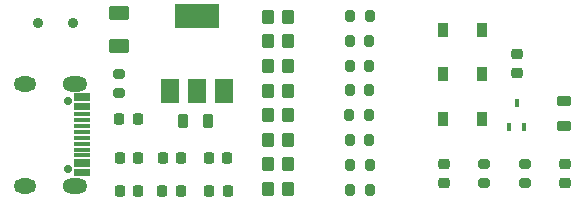
<source format=gbr>
%TF.GenerationSoftware,KiCad,Pcbnew,(6.0.6-1)-1*%
%TF.CreationDate,2022-08-11T03:14:31+08:00*%
%TF.ProjectId,card,63617264-2e6b-4696-9361-645f70636258,rev?*%
%TF.SameCoordinates,Original*%
%TF.FileFunction,Soldermask,Bot*%
%TF.FilePolarity,Negative*%
%FSLAX46Y46*%
G04 Gerber Fmt 4.6, Leading zero omitted, Abs format (unit mm)*
G04 Created by KiCad (PCBNEW (6.0.6-1)-1) date 2022-08-11 03:14:31*
%MOMM*%
%LPD*%
G01*
G04 APERTURE LIST*
G04 Aperture macros list*
%AMRoundRect*
0 Rectangle with rounded corners*
0 $1 Rounding radius*
0 $2 $3 $4 $5 $6 $7 $8 $9 X,Y pos of 4 corners*
0 Add a 4 corners polygon primitive as box body*
4,1,4,$2,$3,$4,$5,$6,$7,$8,$9,$2,$3,0*
0 Add four circle primitives for the rounded corners*
1,1,$1+$1,$2,$3*
1,1,$1+$1,$4,$5*
1,1,$1+$1,$6,$7*
1,1,$1+$1,$8,$9*
0 Add four rect primitives between the rounded corners*
20,1,$1+$1,$2,$3,$4,$5,0*
20,1,$1+$1,$4,$5,$6,$7,0*
20,1,$1+$1,$6,$7,$8,$9,0*
20,1,$1+$1,$8,$9,$2,$3,0*%
G04 Aperture macros list end*
%ADD10RoundRect,0.050000X0.650000X-0.150000X0.650000X0.150000X-0.650000X0.150000X-0.650000X-0.150000X0*%
%ADD11O,1.901600X1.301600*%
%ADD12O,2.101600X1.301600*%
%ADD13C,0.700000*%
%ADD14C,0.899200*%
%ADD15RoundRect,0.200000X-0.275000X0.200000X-0.275000X-0.200000X0.275000X-0.200000X0.275000X0.200000X0*%
%ADD16R,0.450000X0.700000*%
%ADD17RoundRect,0.225000X-0.225000X-0.250000X0.225000X-0.250000X0.225000X0.250000X-0.225000X0.250000X0*%
%ADD18RoundRect,0.225000X0.225000X0.250000X-0.225000X0.250000X-0.225000X-0.250000X0.225000X-0.250000X0*%
%ADD19R,1.500000X2.000000*%
%ADD20R,3.800000X2.000000*%
%ADD21RoundRect,0.200000X-0.200000X-0.275000X0.200000X-0.275000X0.200000X0.275000X-0.200000X0.275000X0*%
%ADD22RoundRect,0.218750X0.381250X-0.218750X0.381250X0.218750X-0.381250X0.218750X-0.381250X-0.218750X0*%
%ADD23RoundRect,0.225000X-0.250000X0.225000X-0.250000X-0.225000X0.250000X-0.225000X0.250000X0.225000X0*%
%ADD24RoundRect,0.218750X-0.218750X-0.381250X0.218750X-0.381250X0.218750X0.381250X-0.218750X0.381250X0*%
%ADD25RoundRect,0.250000X-0.625000X0.375000X-0.625000X-0.375000X0.625000X-0.375000X0.625000X0.375000X0*%
%ADD26RoundRect,0.050800X0.449950X-0.500000X0.449950X0.500000X-0.449950X0.500000X-0.449950X-0.500000X0*%
%ADD27R,0.900000X1.200000*%
%ADD28RoundRect,0.200000X0.275000X-0.200000X0.275000X0.200000X-0.275000X0.200000X-0.275000X-0.200000X0*%
G04 APERTURE END LIST*
D10*
%TO.C,USB1*%
X33531584Y-37733632D03*
X33531584Y-36933532D03*
X33531584Y-36433732D03*
X33531584Y-35433732D03*
X33531584Y-33933532D03*
X33531584Y-32933532D03*
X33531384Y-32433732D03*
X33531584Y-31633632D03*
X33531584Y-31333632D03*
X33531384Y-32133432D03*
X33531584Y-33433932D03*
X33531584Y-34433732D03*
X33531584Y-34933532D03*
X33531584Y-35933532D03*
X33531584Y-37233532D03*
X33531584Y-38033632D03*
D11*
X28701584Y-30363632D03*
X28701584Y-39003732D03*
D12*
X32881684Y-30363632D03*
X32881684Y-39003732D03*
D13*
X32351484Y-31793632D03*
X32351484Y-37573632D03*
%TD*%
D14*
%TO.C,SW1*%
X32780825Y-25252064D03*
X29781125Y-25252064D03*
%TD*%
D15*
%TO.C,R1*%
X70991925Y-37130229D03*
X70991925Y-38780229D03*
%TD*%
D16*
%TO.C,Q1*%
X70966800Y-33991352D03*
X69666800Y-33991352D03*
X70316800Y-31991352D03*
%TD*%
D17*
%TO.C,C6*%
X36678323Y-33366148D03*
X38228323Y-33366148D03*
%TD*%
D18*
%TO.C,C2*%
X45837163Y-39410764D03*
X44287163Y-39410764D03*
%TD*%
D19*
%TO.C,U1*%
X45559769Y-30960030D03*
X43259769Y-30960030D03*
D20*
X43259769Y-24660030D03*
D19*
X40959769Y-30960030D03*
%TD*%
D18*
%TO.C,C5*%
X45796621Y-36649241D03*
X44246621Y-36649241D03*
%TD*%
D21*
%TO.C,R11*%
X56212031Y-37239263D03*
X57862031Y-37239263D03*
%TD*%
D22*
%TO.C,L1*%
X74343531Y-33983538D03*
X74343531Y-31858538D03*
%TD*%
D15*
%TO.C,R2*%
X67570772Y-37130229D03*
X67570772Y-38780229D03*
%TD*%
D23*
%TO.C,C1*%
X74413078Y-37180229D03*
X74413078Y-38730229D03*
%TD*%
D17*
%TO.C,C10*%
X36720517Y-39410764D03*
X38270517Y-39410764D03*
%TD*%
D21*
%TO.C,R5*%
X56211691Y-24621076D03*
X57861691Y-24621076D03*
%TD*%
D24*
%TO.C,L2*%
X42065022Y-33486148D03*
X44190022Y-33486148D03*
%TD*%
D25*
%TO.C,F1*%
X36625123Y-24334876D03*
X36625123Y-27134876D03*
%TD*%
D18*
%TO.C,C8*%
X41871765Y-39410764D03*
X40321765Y-39410764D03*
%TD*%
D21*
%TO.C,R8*%
X56185310Y-30930170D03*
X57835310Y-30930170D03*
%TD*%
%TO.C,R10*%
X56185310Y-35136232D03*
X57835310Y-35136232D03*
%TD*%
D26*
%TO.C,LED6*%
X49266576Y-35105241D03*
X50966576Y-35105241D03*
%TD*%
D17*
%TO.C,C16*%
X36738302Y-36649241D03*
X38288302Y-36649241D03*
%TD*%
D26*
%TO.C,LED2*%
X49266576Y-26773177D03*
X50966576Y-26773177D03*
%TD*%
D23*
%TO.C,C7*%
X64149618Y-37180229D03*
X64149618Y-38730229D03*
%TD*%
D26*
%TO.C,LED3*%
X49266576Y-28856193D03*
X50966576Y-28856193D03*
%TD*%
%TO.C,LED7*%
X49266576Y-37188257D03*
X50966576Y-37188257D03*
%TD*%
D23*
%TO.C,C4*%
X70316800Y-27874520D03*
X70316800Y-29424520D03*
%TD*%
D26*
%TO.C,LED4*%
X49266576Y-30939209D03*
X50966576Y-30939209D03*
%TD*%
D27*
%TO.C,D2*%
X64087916Y-29562624D03*
X67387916Y-29562624D03*
%TD*%
D26*
%TO.C,LED1*%
X49266576Y-24690155D03*
X50966576Y-24690155D03*
%TD*%
D21*
%TO.C,R6*%
X56185310Y-26724108D03*
X57835310Y-26724108D03*
%TD*%
D27*
%TO.C,D1*%
X67387916Y-25800562D03*
X64087916Y-25800562D03*
%TD*%
%TO.C,D3*%
X64087916Y-33324687D03*
X67387916Y-33324687D03*
%TD*%
D18*
%TO.C,C20*%
X41924886Y-36649241D03*
X40374886Y-36649241D03*
%TD*%
D26*
%TO.C,LED5*%
X49266576Y-33022225D03*
X50966576Y-33022225D03*
%TD*%
D21*
%TO.C,R9*%
X56149475Y-33033201D03*
X57799475Y-33033201D03*
%TD*%
D26*
%TO.C,LED8*%
X49266576Y-39271273D03*
X50966576Y-39271273D03*
%TD*%
D21*
%TO.C,R12*%
X56211691Y-39342294D03*
X57861691Y-39342294D03*
%TD*%
%TO.C,R7*%
X56185310Y-28827139D03*
X57835310Y-28827139D03*
%TD*%
D28*
%TO.C,R4*%
X36678747Y-31175650D03*
X36678747Y-29525650D03*
%TD*%
M02*

</source>
